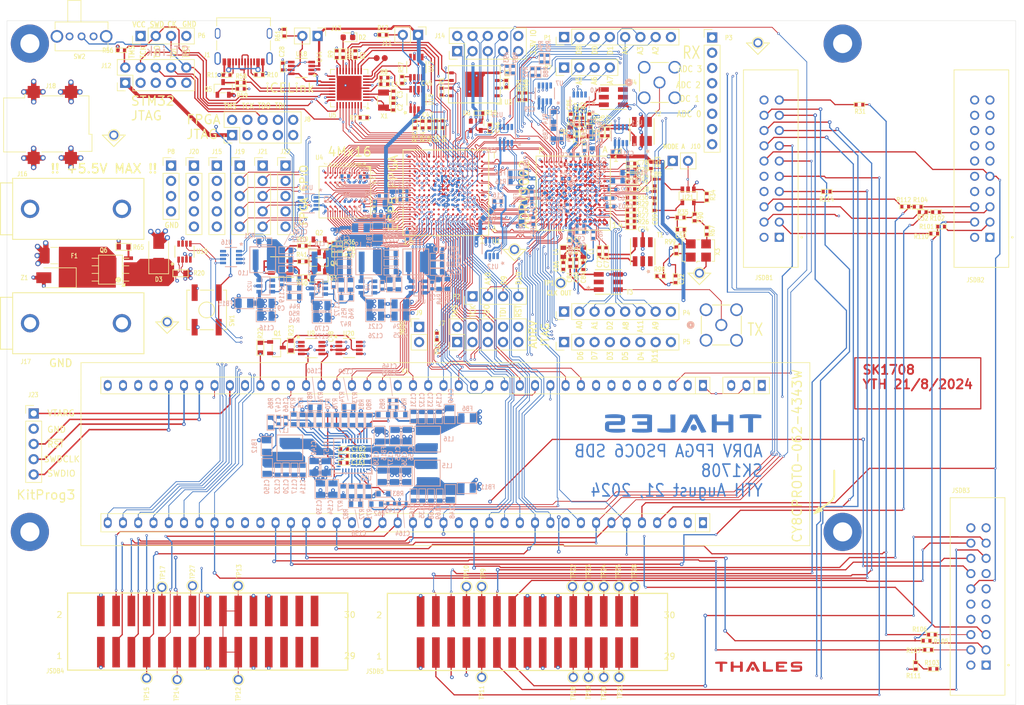
<source format=kicad_pcb>
(kicad_pcb
	(version 20240108)
	(generator "pcbnew")
	(generator_version "8.0")
	(general
		(thickness 1.556512)
		(legacy_teardrops no)
	)
	(paper "A4")
	(layers
		(0 "F.Cu" signal)
		(1 "In1.Cu" signal)
		(2 "In2.Cu" signal)
		(3 "In3.Cu" signal)
		(4 "In4.Cu" signal)
		(31 "B.Cu" signal)
		(32 "B.Adhes" user "B.Adhesive")
		(33 "F.Adhes" user "F.Adhesive")
		(34 "B.Paste" user)
		(35 "F.Paste" user)
		(36 "B.SilkS" user "B.Silkscreen")
		(37 "F.SilkS" user "F.Silkscreen")
		(38 "B.Mask" user)
		(39 "F.Mask" user)
		(40 "Dwgs.User" user "User.Drawings")
		(41 "Cmts.User" user "User.Comments")
		(42 "Eco1.User" user "User.Eco1")
		(43 "Eco2.User" user "User.Eco2")
		(44 "Edge.Cuts" user)
		(45 "Margin" user)
		(46 "B.CrtYd" user "B.Courtyard")
		(47 "F.CrtYd" user "F.Courtyard")
		(48 "B.Fab" user)
		(49 "F.Fab" user)
		(50 "User.1" user)
		(51 "User.2" user)
		(52 "User.3" user)
		(53 "User.4" user)
		(54 "User.5" user)
		(55 "User.6" user)
		(56 "User.7" user)
		(57 "User.8" user)
		(58 "User.9" user)
	)
	(setup
		(stackup
			(layer "F.SilkS"
				(type "Top Silk Screen")
			)
			(layer "F.Paste"
				(type "Top Solder Paste")
			)
			(layer "F.Mask"
				(type "Top Solder Mask")
				(thickness 0.0254)
			)
			(layer "F.Cu"
				(type "copper")
				(thickness 0.04318)
			)
			(layer "dielectric 1"
				(type "prepreg")
				(color "FR4 natural")
				(thickness 0.110744)
				(material "FR408-HR")
				(epsilon_r 3.69)
				(loss_tangent 0.0091)
			)
			(layer "In1.Cu"
				(type "copper")
				(thickness 0.017272)
			)
			(layer "dielectric 2"
				(type "core")
				(color "FR4 natural")
				(thickness 0.1016)
				(material "FR408-HR")
				(epsilon_r 3.69)
				(loss_tangent 0.0091)
			)
			(layer "In2.Cu"
				(type "copper")
				(thickness 0.017272)
			)
			(layer "dielectric 3"
				(type "prepreg")
				(color "FR4 natural")
				(thickness 0.925576)
				(material "FR408-HR")
				(epsilon_r 3.69)
				(loss_tangent 0.0091)
			)
			(layer "In3.Cu"
				(type "copper")
				(thickness 0.017272)
			)
			(layer "dielectric 4"
				(type "core")
				(color "FR4 natural")
				(thickness 0.1016)
				(material "FR408-HR")
				(epsilon_r 3.69)
				(loss_tangent 0.0091)
			)
			(layer "In4.Cu"
				(type "copper")
				(thickness 0.017272)
			)
			(layer "dielectric 5"
				(type "prepreg")
				(color "FR4 natural")
				(thickness 0.110744)
				(material "FR408-HR")
				(epsilon_r 3.69)
				(loss_tangent 0.0091)
			)
			(layer "B.Cu"
				(type "copper")
				(thickness 0.04318)
			)
			(layer "B.Mask"
				(type "Bottom Solder Mask")
				(thickness 0.0254)
			)
			(layer "B.Paste"
				(type "Bottom Solder Paste")
			)
			(layer "B.SilkS"
				(type "Bottom Silk Screen")
			)
			(copper_finish "None")
			(dielectric_constraints no)
		)
		(pad_to_mask_clearance 0)
		(allow_soldermask_bridges_in_footprints yes)
		(aux_axis_origin 57.785 137.123)
		(grid_origin 57.785 137.123)
		(pcbplotparams
			(layerselection 0x0000020_7fffffe0)
			(plot_on_all_layers_selection 0x0021000_00000000)
			(disableapertmacros no)
			(usegerberextensions yes)
			(usegerberattributes yes)
			(usegerberadvancedattributes yes)
			(creategerberjobfile yes)
			(dashed_line_dash_ratio 12.000000)
			(dashed_line_gap_ratio 3.000000)
			(svgprecision 4)
			(plotframeref yes)
			(viasonmask no)
			(mode 1)
			(useauxorigin no)
			(hpglpennumber 1)
			(hpglpenspeed 20)
			(hpglpendiameter 15.000000)
			(pdf_front_fp_property_popups yes)
			(pdf_back_fp_property_popups yes)
			(dxfpolygonmode yes)
			(dxfimperialunits yes)
			(dxfusepcbnewfont yes)
			(psnegative no)
			(psa4output no)
			(plotreference yes)
			(plotvalue no)
			(plotfptext yes)
			(plotinvisibletext no)
			(sketchpadsonfab no)
			(subtractmaskfromsilk yes)
			(outputformat 4)
			(mirror no)
			(drillshape 0)
			(scaleselection 1)
			(outputdirectory "CAM/")
		)
	)
	(net 0 "")
	(net 1 "unconnected-(K1A-P10_3-Pad4)")
	(net 2 "unconnected-(K1B-VDD_USB-Pad70)")
	(net 3 "Net-(U21-OUT-)")
	(net 4 "unconnected-(K1A-P10_5-Pad8)")
	(net 5 "unconnected-(K1B-P6_4-Pad66)")
	(net 6 "/QSPI.SCLK")
	(net 7 "/FP_87")
	(net 8 "Net-(U21-OUT+)")
	(net 9 "/FP_83")
	(net 10 "Net-(J23-Pin_1)")
	(net 11 "/QSPI.I1")
	(net 12 "Net-(C90-Pad1)")
	(net 13 "unconnected-(K1A-P0_4-Pad31)")
	(net 14 "unconnected-(K1B-VBACKUP-Pad43)")
	(net 15 "/QSPI.I3")
	(net 16 "Net-(J23-Pin_4)")
	(net 17 "Net-(U21-TTL_IN)")
	(net 18 "/FPGA/FM_1P8")
	(net 19 "/AD_TCLK")
	(net 20 "unconnected-(K1A-P13_7-Pad29)")
	(net 21 "+5.0V")
	(net 22 "/QSPI.~{CE}")
	(net 23 "/SPI2.MISO")
	(net 24 "/QSPI.I0")
	(net 25 "Net-(J23-Pin_3)")
	(net 26 "unconnected-(K1A-VDDIO_0-Pad21)")
	(net 27 "/FP_84")
	(net 28 "unconnected-(K1A-VTARG-Pad2)")
	(net 29 "/FP_86")
	(net 30 "/FP_85")
	(net 31 "unconnected-(K1A-BT_UART_RTS-Pad39)")
	(net 32 "/FP_80")
	(net 33 "/FP_82")
	(net 34 "unconnected-(K1C-VCC_3V6-Pad83)")
	(net 35 "unconnected-(K1A-BT_UART_RXD-Pad37)")
	(net 36 "unconnected-(K1B-P6_VDD-Pad64)")
	(net 37 "unconnected-(K1A-BT_UART_CTS-Pad38)")
	(net 38 "/FPGA/F_1P8")
	(net 39 "unconnected-(K1A-BT_UART_TXD-Pad40)")
	(net 40 "/AD_TMS")
	(net 41 "/FP_81")
	(net 42 "/SPI2.MOSI")
	(net 43 "/SPI2.CE")
	(net 44 "unconnected-(K1A-P10_4-Pad5)")
	(net 45 "/SPI2.CLK")
	(net 46 "/SCLK_HARM_FLT_1V8")
	(net 47 "unconnected-(K1B-VTARG-Pad72)")
	(net 48 "/FP_52")
	(net 49 "/FP_51")
	(net 50 "unconnected-(K1A-P10_2-Pad6)")
	(net 51 "unconnected-(K1B-P1_0-Pad57)")
	(net 52 "/FP_55")
	(net 53 "Net-(J23-Pin_5)")
	(net 54 "/FP_56")
	(net 55 "/FPGA/N_1P8")
	(net 56 "unconnected-(K1B-Vref-Pad41)")
	(net 57 "/QSPI.I2")
	(net 58 "/FP_50")
	(net 59 "/FP_54")
	(net 60 "/Power Supply/ap3445_3P3V")
	(net 61 "/FPGA/STM_~{RST}")
	(net 62 "Net-(U1H-INITN)")
	(net 63 "/Power Supply/FV_1P8")
	(net 64 "Net-(U5-PD0)")
	(net 65 "Net-(U5-PD1)")
	(net 66 "/FPGA/FPGA_nPROG")
	(net 67 "/FPGA/USB_P")
	(net 68 "Net-(U1H-CFG_1)")
	(net 69 "/FPGA/FLASH.IO3")
	(net 70 "unconnected-(U1A-PL20C{slash}GR_PCLK7_0{slash}+{slash}LDQ20-PadJ3)")
	(net 71 "/FPGA/USB_N")
	(net 72 "Net-(F1-Pad1)")
	(net 73 "unconnected-(U1E-PR20D{slash}-{slash}RDQ20-PadK14)")
	(net 74 "unconnected-(U1G-PT4B{slash}--PadB3)")
	(net 75 "unconnected-(J1-SBU1-PadA8)")
	(net 76 "unconnected-(U1B-PL32C{slash}+{slash}LDQ32-PadL3)")
	(net 77 "unconnected-(U1B-PL23D{slash}-{slash}LDQ32-PadM3)")
	(net 78 "/FPGA/JTAG1.TCK")
	(net 79 "unconnected-(J1-SBU2-PadB8)")
	(net 80 "unconnected-(U1F-PT62A{slash}+-PadD13)")
	(net 81 "unconnected-(U1B-PL29D{slash}-{slash}LDQ32-PadL5)")
	(net 82 "/VDIG_1P0")
	(net 83 "unconnected-(U1F-PT58B{slash}--PadE12)")
	(net 84 "unconnected-(J7-Pad7)")
	(net 85 "/FPGA/FLASH.CLK")
	(net 86 "unconnected-(U1F-PT47A{slash}+-PadD10)")
	(net 87 "Net-(J1-CC1_B)")
	(net 88 "+2.5V")
	(net 89 "Net-(J1-CC1_A)")
	(net 90 "unconnected-(U1F-PT40B{slash}--PadE9)")
	(net 91 "unconnected-(J8-Pad10)")
	(net 92 "Net-(U5-BOOT0)")
	(net 93 "unconnected-(U1B-PL29C{slash}GR_PCLK6_1{slash}+{slash}LDQ32-PadL4)")
	(net 94 "Net-(U5-PB2)")
	(net 95 "unconnected-(U1F-PT47B{slash}--PadE10)")
	(net 96 "/VDIGIO_1P8")
	(net 97 "+3.3V")
	(net 98 "Net-(D2-A)")
	(net 99 "unconnected-(U1F-PT62B{slash}--PadE13)")
	(net 100 "/FPGA/JTAG1.TDO")
	(net 101 "unconnected-(U1A-PL11D{slash}-{slash}LDQ8-PadE1)")
	(net 102 "unconnected-(U1E-PR20C{slash}GR_PCLK2_0{slash}+{slash}RDQ20-PadJ14)")
	(net 103 "unconnected-(U1A-PL8A{slash}HS+{slash}LDQS8-PadD1)")
	(net 104 "/FPGA/SDRAM_DQ11")
	(net 105 "unconnected-(U1A-PL8B{slash}HS-{slash}LDQSN8-PadE2)")
	(net 106 "/FPGA/SDRAM_A7")
	(net 107 "+1.1V")
	(net 108 "unconnected-(U1G-PT4A{slash}+-PadA2)")
	(net 109 "/FPGA/SDRAM_A2")
	(net 110 "/FPGA/SDRAM_x.nRAS")
	(net 111 "unconnected-(U1E-PR17C{slash}+{slash}RDQ20-PadJ13)")
	(net 112 "unconnected-(U1A-PL20D{slash}-{slash}LDQ20-PadK3)")
	(net 113 "/FPGA/SDRAM_DQ12")
	(net 114 "unconnected-(U1A-PL11C{slash}-{slash}LDQ8-PadF2)")
	(net 115 "/FPGA/JTAG1.TDI")
	(net 116 "/FPGA/SDRAM_x.CKE")
	(net 117 "/FPGA/SDRAM_A0")
	(net 118 "unconnected-(U1E-PR17D{slash}-{slash}RDQ20-PadJ12)")
	(net 119 "/FPGA/SDRAM_DQ7")
	(net 120 "/FPGA/SDRAM_DQ4")
	(net 121 "/FPGA/SDRAM_DQ14")
	(net 122 "unconnected-(U1B-PL35C{slash}+{slash}LDQ32-PadM4)")
	(net 123 "/FPGA/SDRAM_DQ10")
	(net 124 "/FPGA/SDRAM_DQ9")
	(net 125 "unconnected-(U1A-PL23C{slash}PCLKT7_0{slash}+{slash}LDQ20-PadK1)")
	(net 126 "/FPGA/JTAG1.TMS")
	(net 127 "/FPGA/SDRAM_x.mCS")
	(net 128 "/FPGA/FLASH.IO2")
	(net 129 "unconnected-(U1F-PT51B{slash}--PadE11)")
	(net 130 "/FPGA/SDRAM_DQM0")
	(net 131 "unconnected-(U1G-PT20A{slash}+-PadE6)")
	(net 132 "/FPGA/SDRAM_x.CLK")
	(net 133 "/FPGA/SDRAM_BA0")
	(net 134 "/FPGA/FLASH.CS")
	(net 135 "/FPGA/JTAG2.TDO")
	(net 136 "unconnected-(J8-Pad7)")
	(net 137 "/FPGA/SDRAM_A3")
	(net 138 "/FPGA/SDRAM_DQ5")
	(net 139 "/FPGA/SDRAM_DQ3")
	(net 140 "unconnected-(U1E-PR2C{slash}+{slash}RDQ8-PadC14)")
	(net 141 "/FPGA/JTAG2.TDI")
	(net 142 "unconnected-(J12-Pad7)")
	(net 143 "unconnected-(U1G-PT24A{slash}GR_PCLK0_1{slash}+-PadE7)")
	(net 144 "Net-(U1C-PB6B{slash}D4{slash}MOSI2{slash}IO4{slash}-)")
	(net 145 "unconnected-(U1A-PL117C{slash}+{slash}LDQ20-PadJ4)")
	(net 146 "/FPGA/SDRAM_A6")
	(net 147 "/FPGA/SDRAM_A12")
	(net 148 "unconnected-(U1A-PL23D{slash}PCLKC7_0{slash}-{slash}LDQ20-PadK2)")
	(net 149 "unconnected-(U1G-PT13A{slash}+-PadE5)")
	(net 150 "unconnected-(U1B-PL38B{slash}HS-{slash}LDQ44-PadP3)")
	(net 151 "/FPGA/JTAG2.TCK")
	(net 152 "/FPGA/SDRAM_A1")
	(net 153 "/FPGA/SDRAM_A8")
	(net 154 "Net-(U1C-PB4B{slash}D6{slash}IO6{slash}-)")
	(net 155 "/FPGA/UART1_RX")
	(net 156 "/FPGA/SDRAM_A9")
	(net 157 "/FPGA/SDRAM_DQ8")
	(net 158 "/FPGA/SDRAM_DQ1")
	(net 159 "/FPGA/FLASH.MOSI")
	(net 160 "unconnected-(U1G-PT9A{slash}+-PadE4)")
	(net 161 "/FPGA/SDRAM_DQ2")
	(net 162 "/FPGA/SDRAM_x.nWE")
	(net 163 "/VDIGIO_1P8_F")
	(net 164 "Net-(U2B-RX1A+)")
	(net 165 "/VANA_1P8_F")
	(net 166 "/VANA_1P8")
	(net 167 "Net-(T1-SECONDARY_DOT)")
	(net 168 "/RX1_ST+")
	(net 169 "/RX1_QD+")
	(net 170 "Net-(T1-SECONDARY)")
	(net 171 "Net-(U2B-RX1A-)")
	(net 172 "unconnected-(C74-Pad2)")
	(net 173 "Net-(U2B-RX1B+)")
	(net 174 "unconnected-(C75-Pad2)")
	(net 175 "/RX2_QD+")
	(net 176 "Net-(U2B-RX1B-)")
	(net 177 "Net-(U2C-RX2A+)")
	(net 178 "/RX1_ID-")
	(net 179 "/VANA_1P3")
	(net 180 "/RX2_ID-")
	(net 181 "/AD_TDI")
	(net 182 "Net-(T2-SECONDARY_DOT)")
	(net 183 "Net-(U1C-PB13B{slash}CS1N{slash}-)")
	(net 184 "/RX2_EN")
	(net 185 "/VANA_1P3_F")
	(net 186 "/RX1_DCLK-")
	(net 187 "/VSYN_1P3")
	(net 188 "/AD_TDO")
	(net 189 "/RX2_QD-")
	(net 190 "Net-(T2-SECONDARY)")
	(net 191 "unconnected-(U2G-VANA2_1P0-PadC6)")
	(net 192 "/FP_57")
	(net 193 "Net-(U2C-RX2A-)")
	(net 194 "/FP_53")
	(net 195 "Net-(U2C-RX2B+)")
	(net 196 "unconnected-(C78-Pad2)")
	(net 197 "/VSYN_1P3_F")
	(net 198 "unconnected-(C79-Pad2)")
	(net 199 "/I2C_SDA")
	(net 200 "/RX1_ID+")
	(net 201 "Net-(U2C-RX2B-)")
	(net 202 "/FP_124")
	(net 203 "/RX1_DCLK+")
	(net 204 "unconnected-(U2G-VANA1_1P0-PadC9)")
	(net 205 "Net-(C80-Pad2)")
	(net 206 "/FP_132")
	(net 207 "/RX2_ST+")
	(net 208 "Net-(C80-Pad1)")
	(net 209 "/RX2_ID+")
	(net 210 "/AD_~{RST}")
	(net 211 "/RX1_EN")
	(net 212 "Net-(U1C-PB18A{slash}WRITEN)")
	(net 213 "Net-(C81-Pad1)")
	(net 214 "/RX1_QD-")
	(net 215 "/RX1_ST-")
	(net 216 "Net-(C81-Pad2)")
	(net 217 "unconnected-(U2G-VTX1LO_1P0-PadH12)")
	(net 218 "/RX2_DCLK-")
	(net 219 "Net-(C82-Pad1)")
	(net 220 "unconnected-(U2G-VTX2LO_1P0-PadH3)")
	(net 221 "Net-(U2G-VDIG_0P9)")
	(net 222 "Net-(U2G-VRFLO2_1P0)")
	(net 223 "Net-(U2G-VRFLO1_1P0)")
	(net 224 "/RX2_ST-")
	(net 225 "Net-(C82-Pad2)")
	(net 226 "/RX2_DCLK+")
	(net 227 "/TX1_CLK_O+")
	(net 228 "Net-(U2G-VCLKVCO_1P0)")
	(net 229 "Net-(U2G-VAUXVCO_1P0)")
	(net 230 "Net-(U2G-VRX1LO_1P0)")
	(net 231 "Net-(U2G-VRX2LO_1P0)")
	(net 232 "GND")
	(net 233 "Net-(U2G-VCONV_1P0)")
	(net 234 "unconnected-(U4-NC-PadE2)")
	(net 235 "/FPGA/FLASH.MISO")
	(net 236 "/FPGA/FPGA_DONE")
	(net 237 "/FPGA/SDRAM_A10")
	(net 238 "/FPGA/SDRAM_DQ13")
	(net 239 "/FPGA/JTAG2.TMS")
	(net 240 "/FPGA/SDRAM_DQ15")
	(net 241 "/FPGA/SDRAM_A4")
	(net 242 "/FPGA/SDRAM_A5")
	(net 243 "/FPGA/UART1_TX")
	(net 244 "/FPGA/SDRAM_DQ0")
	(net 245 "/FPGA/SDRAM_BA1")
	(net 246 "/FPGA/SDRAM_A11")
	(net 247 "/FPGA/SDRAM_DQ6")
	(net 248 "/FPGA/SDRAM_DQM1")
	(net 249 "/FPGA/SDRAM_x.nCAS")
	(net 250 "/FPGA/LED_RUN")
	(net 251 "/FPGA/MCO")
	(net 252 "/FPGA/D_UART2_RX")
	(net 253 "/FPGA/D_UART2_TX")
	(net 254 "/FPGA/USB_ENUM")
	(net 255 "/TX2_ST+")
	(net 256 "/TX1_QD+")
	(net 257 "/TX1_ST-")
	(net 258 "/TX1_CLK_I+")
	(net 259 "/TX2_ID-")
	(net 260 "/TX2_CLK_O-")
	(net 261 "/TX1_ID-")
	(net 262 "/TX2_CLK_I-")
	(net 263 "/TX1_EN")
	(net 264 "/TX1_QD-")
	(net 265 "/TX2_ID+")
	(net 266 "/TX2_CLK_I+")
	(net 267 "/TX2_QD+")
	(net 268 "/TX1_CLK_I-")
	(net 269 "/TX2_CLK_O+")
	(net 270 "/TX1_CLK_O-")
	(net 271 "/TX2_EN")
	(net 272 "/TX1_ID+")
	(net 273 "/TX1_ST+")
	(net 274 "/TX2_QD-")
	(net 275 "/TX2_ST-")
	(net 276 "/I2C_SCL")
	(net 277 "/VDIG_1P0_F")
	(net 278 "/I2C_SEL")
	(net 279 "/FPGA/UART1_TX_FPGA")
	(net 280 "/FPGA/UART1_RX_FPGA")
	(net 281 "+1.8V")
	(net 282 "Net-(U6-Standby)")
	(net 283 "/FPGA/CLK_25MHz")
	(net 284 "Net-(Q1-B)")
	(net 285 "Net-(U17-OE)")
	(net 286 "/FPGA/sJTAG2_TDO")
	(net 287 "/FPGA/sJTAG2_TMS")
	(net 288 "/FPGA/sJTAG2_CLK")
	(net 289 "/FPGA/sJTAG2_TDI")
	(net 290 "Net-(U10-SCL)")
	(net 291 "Net-(Q1-C)")
	(net 292 "Net-(U10-A0)")
	(net 293 "unconnected-(U7-ALERT-Pad8)")
	(net 294 "/Power Supply/V_1P3")
	(net 295 "Net-(U13-SDA)")
	(net 296 "Net-(U13-A0)")
	(net 297 "/Power Supply/V_1P8")
	(net 298 "/Power Supply/V_1P0")
	(net 299 "Net-(U1C-PB15B{slash}DOUT{slash}CS0N{slash}-)")
	(net 300 "unconnected-(U10-ALERT-Pad8)")
	(net 301 "unconnected-(U11-ALERT-Pad8)")
	(net 302 "Net-(U1C-PB6A{slash}D5{slash}MISO2{slash}IO5{slash}+)")
	(net 303 "unconnected-(U12-ALERT-Pad8)")
	(net 304 "unconnected-(U13-ALERT-Pad8)")
	(net 305 "unconnected-(U14-ALERT-Pad8)")
	(net 306 "unconnected-(U15-ALERT-Pad8)")
	(net 307 "unconnected-(U16-ALERT-Pad8)")
	(net 308 "Net-(U1C-PB13A{slash}SN{slash}CSN{slash}+)")
	(net 309 "Net-(U1C-PB4A{slash}D7{slash}IO7{slash}+)")
	(net 310 "Net-(U18-OE)")
	(net 311 "Net-(C83-Pad2)")
	(net 312 "Net-(C83-Pad1)")
	(net 313 "Net-(U2F-DEV_CLK_IN+)")
	(net 314 "/SFL_BPFS_1V8")
	(net 315 "Net-(U2F-DEV_CLK_IN-)")
	(net 316 "/RX_PATH_DISABLE_1V8")
	(net 317 "Net-(U2D-TX1+)")
	(net 318 "Net-(U2D-TX1-)")
	(net 319 "Net-(U2E-TX2+)")
	(net 320 "Net-(U2E-TX2-)")
	(net 321 "Net-(U2F-EXT_LO2-)")
	(net 322 "Net-(U2F-EXT_LO2+)")
	(net 323 "Net-(U2F-EXT_LO1+)")
	(net 324 "Net-(U2F-EXT_LO1-)")
	(net 325 "Net-(U2F-MCS+)")
	(net 326 "Net-(U2F-MCS-)")
	(net 327 "Net-(U2A-RBIAS)")
	(net 328 "unconnected-(T1-NC-Pad1)")
	(net 329 "unconnected-(T2-NC-Pad1)")
	(net 330 "Net-(J3-RF)")
	(net 331 "Net-(U2F-DEV_CLK_OUT)")
	(net 332 "unconnected-(T3-Pad2)")
	(net 333 "unconnected-(T4-Pad2)")
	(net 334 "Net-(J4-RF)")
	(net 335 "Net-(Q2-C)")
	(net 336 "Net-(Q2-B)")
	(net 337 "Net-(Q3-B)")
	(net 338 "Net-(Q3-C)")
	(net 339 "Net-(Q4-C)")
	(net 340 "Net-(Q4-B)")
	(net 341 "/FPGA/F_LED_B")
	(net 342 "/FPGA/F_LED_G")
	(net 343 "/FPGA/F_LED_R")
	(net 344 "Net-(D1-RK)")
	(net 345 "Net-(D1-GK)")
	(net 346 "Net-(D1-BK)")
	(net 347 "/AG_03")
	(net 348 "Net-(U24-FB)")
	(net 349 "Net-(U22-EN)")
	(net 350 "/Power Supply/adp5056_1P8V")
	(net 351 "Net-(U22-FB)")
	(net 352 "Net-(U8-FB)")
	(net 353 "/Power Supply/adp5056_1P0V")
	(net 354 "/Power Supply/adp5056_1P3V")
	(net 355 "Net-(U25-VREG)")
	(net 356 "Net-(U25-PVIN3)")
	(net 357 "Net-(C158-Pad2)")
	(net 358 "Net-(C159-Pad2)")
	(net 359 "Net-(C160-Pad2)")
	(net 360 "Net-(U25-BST1)")
	(net 361 "Net-(C161-Pad2)")
	(net 362 "Net-(U25-BST2)")
	(net 363 "Net-(C162-Pad1)")
	(net 364 "Net-(U25-SW3)")
	(net 365 "Net-(U25-BST3)")
	(net 366 "Net-(U25-FB1)")
	(net 367 "Net-(U25-FB2)")
	(net 368 "Net-(U25-FB3)")
	(net 369 "Net-(U23-FB)")
	(net 370 "/Power Supply/ALT_1P8")
	(net 371 "Net-(U8-LX)")
	(net 372 "Net-(U22-LX)")
	(net 373 "Net-(U24-LX)")
	(net 374 "Net-(U23-LX)")
	(net 375 "Net-(R44-Pad2)")
	(net 376 "Net-(R47-Pad2)")
	(net 377 "/Power Supply/PGOOD")
	(net 378 "Net-(U25-RAMP1)")
	(net 379 "Net-(U25-COMP1)")
	(net 380 "Net-(U25-RAMP2)")
	(net 381 "Net-(U25-COMP2)")
	(net 382 "Net-(U25-RAMP3)")
	(net 383 "Net-(U25-COMP3)")
	(net 384 "Net-(U25-EN1)")
	(net 385 "Net-(U25-EN2)")
	(net 386 "Net-(U25-EN3)")
	(net 387 "Net-(U25-CFG1)")
	(net 388 "Net-(U25-CFG2)")
	(net 389 "Net-(U25-RT)")
	(net 390 "unconnected-(U8-PG-Pad5)")
	(net 391 "unconnected-(U22-PG-Pad5)")
	(net 392 "unconnected-(U23-PG-Pad5)")
	(net 393 "unconnected-(U24-PG-Pad5)")
	(net 394 "unconnected-(U25-SYNC{slash}MODE-Pad11)")
	(net 395 "/AG_02")
	(net 396 "Net-(U2A-MODE)")
	(net 397 "Net-(U2A-MODEA)")
	(net 398 "Net-(Q5-C)")
	(net 399 "Net-(Q5-B)")
	(net 400 "Net-(U1H-CFG_2)")
	(net 401 "Net-(U1H-CFG_0)")
	(net 402 "Net-(C145-Pad2)")
	(net 403 "Net-(C146-Pad2)")
	(net 404 "Net-(C147-Pad2)")
	(net 405 "/AG_00")
	(net 406 "/AG_10")
	(net 407 "/AG_06")
	(net 408 "/AG_08")
	(net 409 "/AG_11")
	(net 410 "/AG_07")
	(net 411 "/AG_09")
	(net 412 "/ADC_3")
	(net 413 "/ADC_0")
	(net 414 "/ADC_2")
	(net 415 "/ADC_1")
	(net 416 "/DG_01")
	(net 417 "/DG_02")
	(net 418 "/DG_00")
	(net 419 "/DG_09")
	(net 420 "/DG_10")
	(net 421 "/DG_11")
	(net 422 "/DG_08")
	(net 423 "/AG_05")
	(net 424 "/AG_04")
	(net 425 "/AG_01")
	(net 426 "unconnected-(T3-Pad5)")
	(net 427 "unconnected-(T4-Pad5)")
	(net 428 "Net-(Z1-K)")
	(net 429 "Net-(D3-A)")
	(net 430 "Net-(Q6-G)")
	(net 431 "/{slash}CS_EXPANDER_1V8")
	(net 432 "/Power Supply/Vin")
	(net 433 "/FPGA/PR47B")
	(net 434 "/FPGA/PR47D")
	(net 435 "/FPGA/PR47C")
	(net 436 "/FPGA/PR44D")
	(net 437 "/FPGA/PR41A")
	(net 438 "/FPGA/PR38A")
	(net 439 "/FPGA/PR44C")
	(net 440 "/FPGA/PR38B")
	(net 441 "/FPGA/PR35C")
	(net 442 "/FPGA/PR32D")
	(net 443 "/FPGA/PR32C")
	(net 444 "/FPGA/PR29C")
	(net 445 "/FPGA/PR29D")
	(net 446 "/FPGA/PR29B")
	(net 447 "/FPGA/PR29A")
	(net 448 "unconnected-(U1D-PR47A{slash}HS+{slash}RDQ44-PadM11)")
	(net 449 "/FPGA/PR17B")
	(net 450 "/FPGA/PR14D")
	(net 451 "/FPGA/PR17A")
	(net 452 "/FPGA/PR11B")
	(net 453 "/FPGA/PR14C")
	(net 454 "/FPGA/PR8C")
	(net 455 "/FPGA/PR11A")
	(net 456 "/FPGA/PR5D")
	(net 457 "/FPGA/PR5C")
	(net 458 "/FPGA/PR8D")
	(net 459 "/FP_121")
	(net 460 "/FP_133")
	(net 461 "/FP_125")
	(net 462 "/FP_130")
	(net 463 "/FP_131")
	(net 464 "/FP_120")
	(net 465 "/FP_05")
	(net 466 "/FP_123")
	(net 467 "Net-(U2A-SPI_CLK)")
	(net 468 "Net-(U2A-SPI_DIO)")
	(net 469 "Net-(U2A-SPI_DO)")
	(net 470 "Net-(U2A-SPI_EN)")
	(net 471 "/SPI2x.CLK")
	(net 472 "/SPI2x.MOSI")
	(net 473 "/SPI2x.MISO")
	(net 474 "/SPI2x.CE")
	(net 475 "/RX_ATTEN_LE_1V8")
	(net 476 "unconnected-(JSDB2-Pad16)")
	(net 477 "unconnected-(JSDB2-Pad18)")
	(net 478 "unconnected-(JSDB2-Pad13)")
	(net 479 "unconnected-(JSDB2-Pad14)")
	(net 480 "unconnected-(JSDB2-Pad15)")
	(net 481 "unconnected-(JSDB2-Pad12)")
	(net 482 "unconnected-(JSDB2-Pad7)")
	(net 483 "unconnected-(JSDB2-Pad17)")
	(net 484 "unconnected-(JSDB2-Pad11)")
	(net 485 "unconnected-(JSDB2-Pad10)")
	(net 486 "unconnected-(JSDB3-Pad9)")
	(net 487 "/AGPIO_1")
	(net 488 "unconnected-(JSDB3-Pad11)")
	(net 489 "unconnected-(JSDB3-Pad7)")
	(net 490 "/DGPIO_0_1P8_THRU")
	(net 491 "/SCLK_RX_PATH_1V8")
	(net 492 "unconnected-(JSDB3-Pad13)")
	(net 493 "/NDB_RESET_1P8")
	(net 494 "/NDB_FMC_INT_1P8")
	(net 495 "unconnected-(JSDB4-Pin_26-Pad26)")
	(net 496 "/MUX{slash}CS_1V8")
	(net 497 "unconnected-(JSDB4-Pin_29-Pad29)")
	(net 498 "unconnected-(JSDB4-Pin_30-Pad30)")
	(net 499 "/nTOP_PTT_1P8")
	(net 500 "/DGPIO_2_1P8_THRU")
	(net 501 "unconnected-(JSDB4-Pin_25-Pad25)")
	(net 502 "unconnected-(JSDB4-Pin_27-Pad27)")
	(net 503 "/MISO_BPFS_1V8")
	(net 504 "/NDB_FMCA_SDA_1P8")
	(net 505 "unconnected-(JSDB4-Pin_28-Pad28)")
	(net 506 "/RX{slash}RESET_1V8")
	(net 507 "/RF_TX_SPI_DI_1P8")
	(net 508 "/RF_TX_SPI_DO_1P8")
	(net 509 "/RF_READY")
	(net 510 "/RF_RX_SPI_CLK_1P8")
	(net 511 "/RF_RX_SPI_DI_1P8")
	(net 512 "/DGPIO_1_1P8_THRU")
	(net 513 "/RF_RX_SPI_CS_1P8")
	(net 514 "/RF_TX_SPI_CS_1P8")
	(net 515 "unconnected-(JSDB5-Pin_29-Pad29)")
	(net 516 "/DGPIO_3_1P8_THRU")
	(net 517 "/RF_RX_SPI_DO_1P8")
	(net 518 "/RF_TX_SPI_CLK_1P8")
	(net 519 "Net-(X3-OUT)")
	(net 520 "Net-(X3-OE)")
	(net 521 "Net-(T1-PRIMARY_DOT)")
	(net 522 "Net-(T4-Pad4)")
	(net 523 "/DGPIO_4_1P8_THRU")
	(net 524 "/MOSI_RX_PATH_1V8")
	(net 525 "/MOSI_HARM_FLT_1V8")
	(net 526 "/MISO_HARM_FLT_1V8")
	(net 527 "/{slash}CS_HARM_FILT_EXPANDER_1V8")
	(net 528 "/TX_ATTEN_LE_1V8")
	(net 529 "/DGPIO_9_1P8_THRU")
	(net 530 "/MOSI_TX_BOARD_1V8")
	(net 531 "/DGPIO_11_1P8_THRU")
	(net 532 "/DGPIO_10_1P8_THRU")
	(net 533 "/SCLK_TX_BOARD_1V8")
	(net 534 "/DGPIO_8_1P8_THRU")
	(net 535 "/NDB_FMCA_SCL_1P8")
	(net 536 "/+12V")
	(net 537 "/DGPIO_6_1P8_THRU")
	(net 538 "/DGPIO_5_1P8_THRU")
	(net 539 "/DGPIO_7_1P8_THRU")
	(net 540 "Net-(K1B-P6_0)")
	(net 541 "Net-(K1B-P6_1)")
	(net 542 "Net-(K1B-P6_5)")
	(net 543 "Net-(K1B-P6_2)")
	(net 544 "Net-(K1B-P6_3)")
	(net 545 "unconnected-(SW2-Pad1)")
	(footprint "t_passive_smd:res_0402" (layer "F.Cu") (at 112.7252 85.307 180))
	(footprint "t_passive_smd:res_0402" (layer "F.Cu") (at 129.159 65.4696 90))
	(footprint "t_passive_smd:res_0402" (layer "F.Cu") (at 107.0102 85.7134))
	(footprint "t_passive_smd:res_0402" (layer "F.Cu") (at 144.0434 60.8136 -90))
	(footprint "t_Mini_Circuits:DB1627_MNC" (layer "F.Cu") (at 163.576 86.6913 90))
	(footprint "t_misc:TP60" (layer "F.Cu") (at 154.559 157.57))
	(footprint "t_passive_smd:res_0402" (layer "F.Cu") (at 106.9252 90.9204))
	(footprint "Connector_PinHeader_2.54mm:PinHeader_1x02_P2.54mm_Vertical" (layer "F.Cu") (at 126.365 99.2008))
	(footprint "t_passive_smd:res_0402" (layer "F.Cu") (at 194.183 76.671 180))
	(footprint "t_switch:Switch_PB_6_5mm" (layer "F.Cu") (at 91.013 96.388 90))
	(footprint "t_passive_smd:res_0402" (layer "F.Cu") (at 161.6964 74.0294))
	(footprint "Connector_PinHeader_2.54mm:PinHeader_1x04_P2.54mm_Vertical" (layer "F.Cu") (at 135.255 94.1208 90))
	(footprint "t_qfn:WSON8-8x6" (layer "F.Cu") (at 135.5598 58.8148 90))
	(footprint "t_passive_smd:res_0402" (layer "F.Cu") (at 169.884 80.989 180))
	(footprint "t_sot:sot-23" (layer "F.Cu") (at 109.728 85.7134 180))
	(footprint "t_sot:SSOP-8_TEX" (layer "F.Cu") (at 108.46435 102.741199))
	(footprint "t_passive_smd:res_0402" (layer "F.Cu") (at 112.7164 87.1866 180))
	(footprint "Connector_PinHeader_2.54mm:PinHeader_1x02_P2.54mm_Vertical" (layer "F.Cu") (at 168.5748 71.5656 90))
	(footprint "t_USB:AMPHENOL_12402012E212A" (layer "F.Cu") (at 97.157 50.3312 180))
	(footprint "t_passive_smd:res_0402" (layer "F.Cu") (at 117.1194 64.3774))
	(footprint "t_Mini_Circuits:DB1627_MNC" (layer "F.Cu") (at 158.6992 60.9484))
	(footprint "t_misc:TP60" (layer "F.Cu") (at 81.026 157.697))
	(footprint "t_passive_smd:cap_0402" (layer "F.Cu") (at 161.6964 71.9974 180))
	(footprint "t_passive_smd:res_0402" (layer "F.Cu") (at 199.644 62.193 180))
	(footprint "t_misc:TP60" (layer "F.Cu") (at 84.455 98.388))
	(footprint "t_misc:TP60" (layer "F.Cu") (at 142.24 86.323))
	(footprint "t_misc:TP60" (layer "F.Cu") (at 88.646 142.33))
	(footprint "t_passive_smd:res_0603" (layer "F.Cu") (at 105.029 102.3378 90))
	(footprint "t_passive_smd:res_0402" (layer "F.Cu") (at 161.671 76.2392))
	(footprint "t_passive_smd:res_0603" (layer "F.Cu") (at 86.6648 90.2854 180))
	(footprint "t_passive_smd:cap_0402" (layer "F.Cu") (at 113.8466 120.7008 180))
	(footprint "Connector_PinHeader_2.54mm:PinHeader_1x05_P2.54mm_Vertical" (layer "F.Cu") (at 88.9 72.353))
	(footprint "t_passive_smd:res_0402" (layer "F.Cu") (at 209.338 79.211 180))
	(footprint "t_sot:sot-23" (layer "F.Cu") (at 102.63124 102.6679 -90))
	(footprint "t_misc:TP60" (layer "F.Cu") (at 75.565 67.273))
	(footprint "LED_SMD:LED_0603_1608Metric" (layer "F.Cu") (at 114.5286 50.9916 180))
	(footprint "t_passive_smd:cap_0402"
		(layer "F.Cu")
		(uuid "31479d3b-95a6-4bb4-abb5-a32e843b6e26")
		(at 113.8632 119.5578)
		(descr "SMT capacitor, 0402")
		(property "Reference" "C162"
			(at 2.4434 -0.037 0)
			(layer "F.SilkS")
			(uuid "393fefc4-9967-48fe-ad95-99524a945197")
			(effects
				(font
					(size 0.762 0.635)
					(thickness 0.127)
				)
			)
		)
		(property "Value" "0.1uF"
			(at 0 0.8636 0)
			(layer "F.SilkS")
			(hide yes)
			(uuid "0270037a-6e3a-45a1-97c0-84bbe2c91b4a")
			(effects
				(font
					(size 0.50038 0.50038)
					(thickness 0.11938)
				)
			)
		)
		(property "Footprint" "t_passive_smd:cap_0402"
			(at 0 0 0)
			(unlocked yes)
			(layer "F.Fab")
			(hide yes)
			(uuid "d7133e6f-dc63-4916-b49e-68363b877d60")
			(effects
				(font
					(size 1.27 1.27)
				)
			)
		)
		(property "Datasheet" ""
			(at 0 0 0)
			(unlocked yes)
			(layer "F.Fab")
			(hide yes)
			(uuid "00c10461-6757-497d-8223-1ed96e46587e")
			(effects
				(font
					(size 1.27 1.27)
				)
			)
		)
		(property "Description" "Unpolarized capacitor"
			(at 0 0 0)
			(unlocked yes)
			(layer "F.Fab")
			(hide yes)
			(uuid "515c93b7-377b-4f95-8f6c-a2439ac60981")
			(effects
				(font
					(size 1.27 1.27)
				)
			)
		)
		(property ki_fp_filters "C_*")
		(path "/bf5ed9ba-b95c-412f-9809-34cc6e1b12b7/e5ee3d76-e5ff-497b-a51c-781d9b225c50")
		(sheetname "Power Supply")
		(sheetfile "Nav1_PowerSupply.kicad_sch")
		(attr through_hole)
		(fp_line
			(start -0.889 -0.381)
			(end -0.889 0.381)
			(stroke
				(width 0.127)
				(type solid)
			)
			(layer "F.SilkS")
			(uuid "0eaceefb-c870-40a8-a564-c9b969db63d1")
		)
		(fp_line
			(start -0.889 0.381)
			(end 0.889 0.381)
			(stroke
				(width 0.127)
				(type solid)
			)
			(layer "F.SilkS")
			(uuid "495d2fbb-3200-4df0-b427-08d7c2dbce57")
		)
		(fp_line
			(start 0.889 -0.381)
			(end -0.889 -0.381)
			(stroke
				(width 0.127)
				(type solid)
			)
			(layer "F.SilkS")
			(uuid "072b294d-8465-4538-a207-f9e878075871")
		)
		(fp_line
			(start 0.889 0.381)
			(end 0.889 -0.381)
			(stroke
				(width 0.127)
				(type solid)
			)
			(layer "F.SilkS")
			(uuid "9144fadd-18d2-4c0d-bfce-a934e50e774e")
		)
		(fp_line
			(start -0.889 -0.381)
			(end -0.889 0.381)
			(stroke
				(width 0.05)
				(type solid)
			)
			(layer "F.CrtYd")
			(uuid "dea27841-2292-41d8-95f0-e662ac2bba3c")
		)
		(fp_line
			(start -0.889 0.381)
			(end 0.889 0.381)
			(stroke
				(width 0.05)
				(type solid)
			)
			(layer "F.CrtYd")
			(uuid "554743c5-ede4-42b8-8ca0-969201b1fdbe")
		)
		(fp_line
			(start 0.889 -0.381)
			(end -0.889 -0.381)
			(stroke
				(width 0.05)
				(type solid)
			)
			(layer "F.CrtYd")
			(uuid "bcef6ba0-9e9f-4e26-b4b2-3385bc5d2887")
		)
		(fp_line
			(start 0.889 0.381)
			(end 0.889 -0.381)
			(stroke
				(width 0.05)
	
... [6315877 chars truncated]
</source>
